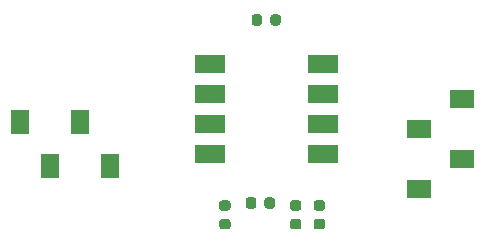
<source format=gtp>
G04 #@! TF.GenerationSoftware,KiCad,Pcbnew,(5.1.9)-1*
G04 #@! TF.CreationDate,2021-04-07T16:03:49-07:00*
G04 #@! TF.ProjectId,pressure_XGZP6897A,70726573-7375-4726-955f-58475a503638,1*
G04 #@! TF.SameCoordinates,Original*
G04 #@! TF.FileFunction,Paste,Top*
G04 #@! TF.FilePolarity,Positive*
%FSLAX45Y45*%
G04 Gerber Fmt 4.5, Leading zero omitted, Abs format (unit mm)*
G04 Created by KiCad (PCBNEW (5.1.9)-1) date 2021-04-07 16:03:49*
%MOMM*%
%LPD*%
G01*
G04 APERTURE LIST*
%ADD10R,2.540000X1.520000*%
%ADD11R,1.500000X2.100000*%
%ADD12R,2.100000X1.500000*%
G04 APERTURE END LIST*
D10*
X2777000Y-569000D03*
X2777000Y-823000D03*
X2777000Y-1077000D03*
X2777000Y-1331000D03*
X1823000Y-1331000D03*
X1823000Y-1077000D03*
X1823000Y-823000D03*
X1823000Y-569000D03*
D11*
X219000Y-1065000D03*
X727000Y-1065000D03*
X473000Y-1435000D03*
X981000Y-1435000D03*
D12*
X3960000Y-869000D03*
X3960000Y-1377000D03*
X3590000Y-1123000D03*
X3590000Y-1631000D03*
G36*
G01*
X2575625Y-1815000D02*
X2524375Y-1815000D01*
G75*
G02*
X2502500Y-1793125I0J21875D01*
G01*
X2502500Y-1749375D01*
G75*
G02*
X2524375Y-1727500I21875J0D01*
G01*
X2575625Y-1727500D01*
G75*
G02*
X2597500Y-1749375I0J-21875D01*
G01*
X2597500Y-1793125D01*
G75*
G02*
X2575625Y-1815000I-21875J0D01*
G01*
G37*
G36*
G01*
X2575625Y-1972500D02*
X2524375Y-1972500D01*
G75*
G02*
X2502500Y-1950625I0J21875D01*
G01*
X2502500Y-1906875D01*
G75*
G02*
X2524375Y-1885000I21875J0D01*
G01*
X2575625Y-1885000D01*
G75*
G02*
X2597500Y-1906875I0J-21875D01*
G01*
X2597500Y-1950625D01*
G75*
G02*
X2575625Y-1972500I-21875J0D01*
G01*
G37*
G36*
G01*
X2215000Y-1724375D02*
X2215000Y-1775625D01*
G75*
G02*
X2193125Y-1797500I-21875J0D01*
G01*
X2149375Y-1797500D01*
G75*
G02*
X2127500Y-1775625I0J21875D01*
G01*
X2127500Y-1724375D01*
G75*
G02*
X2149375Y-1702500I21875J0D01*
G01*
X2193125Y-1702500D01*
G75*
G02*
X2215000Y-1724375I0J-21875D01*
G01*
G37*
G36*
G01*
X2372500Y-1724375D02*
X2372500Y-1775625D01*
G75*
G02*
X2350625Y-1797500I-21875J0D01*
G01*
X2306875Y-1797500D01*
G75*
G02*
X2285000Y-1775625I0J21875D01*
G01*
X2285000Y-1724375D01*
G75*
G02*
X2306875Y-1702500I21875J0D01*
G01*
X2350625Y-1702500D01*
G75*
G02*
X2372500Y-1724375I0J-21875D01*
G01*
G37*
G36*
G01*
X2775625Y-1815000D02*
X2724375Y-1815000D01*
G75*
G02*
X2702500Y-1793125I0J21875D01*
G01*
X2702500Y-1749375D01*
G75*
G02*
X2724375Y-1727500I21875J0D01*
G01*
X2775625Y-1727500D01*
G75*
G02*
X2797500Y-1749375I0J-21875D01*
G01*
X2797500Y-1793125D01*
G75*
G02*
X2775625Y-1815000I-21875J0D01*
G01*
G37*
G36*
G01*
X2775625Y-1972500D02*
X2724375Y-1972500D01*
G75*
G02*
X2702500Y-1950625I0J21875D01*
G01*
X2702500Y-1906875D01*
G75*
G02*
X2724375Y-1885000I21875J0D01*
G01*
X2775625Y-1885000D01*
G75*
G02*
X2797500Y-1906875I0J-21875D01*
G01*
X2797500Y-1950625D01*
G75*
G02*
X2775625Y-1972500I-21875J0D01*
G01*
G37*
G36*
G01*
X1975625Y-1815000D02*
X1924375Y-1815000D01*
G75*
G02*
X1902500Y-1793125I0J21875D01*
G01*
X1902500Y-1749375D01*
G75*
G02*
X1924375Y-1727500I21875J0D01*
G01*
X1975625Y-1727500D01*
G75*
G02*
X1997500Y-1749375I0J-21875D01*
G01*
X1997500Y-1793125D01*
G75*
G02*
X1975625Y-1815000I-21875J0D01*
G01*
G37*
G36*
G01*
X1975625Y-1972500D02*
X1924375Y-1972500D01*
G75*
G02*
X1902500Y-1950625I0J21875D01*
G01*
X1902500Y-1906875D01*
G75*
G02*
X1924375Y-1885000I21875J0D01*
G01*
X1975625Y-1885000D01*
G75*
G02*
X1997500Y-1906875I0J-21875D01*
G01*
X1997500Y-1950625D01*
G75*
G02*
X1975625Y-1972500I-21875J0D01*
G01*
G37*
G36*
G01*
X2265000Y-174375D02*
X2265000Y-225625D01*
G75*
G02*
X2243125Y-247500I-21875J0D01*
G01*
X2199375Y-247500D01*
G75*
G02*
X2177500Y-225625I0J21875D01*
G01*
X2177500Y-174375D01*
G75*
G02*
X2199375Y-152500I21875J0D01*
G01*
X2243125Y-152500D01*
G75*
G02*
X2265000Y-174375I0J-21875D01*
G01*
G37*
G36*
G01*
X2422500Y-174375D02*
X2422500Y-225625D01*
G75*
G02*
X2400625Y-247500I-21875J0D01*
G01*
X2356875Y-247500D01*
G75*
G02*
X2335000Y-225625I0J21875D01*
G01*
X2335000Y-174375D01*
G75*
G02*
X2356875Y-152500I21875J0D01*
G01*
X2400625Y-152500D01*
G75*
G02*
X2422500Y-174375I0J-21875D01*
G01*
G37*
M02*

</source>
